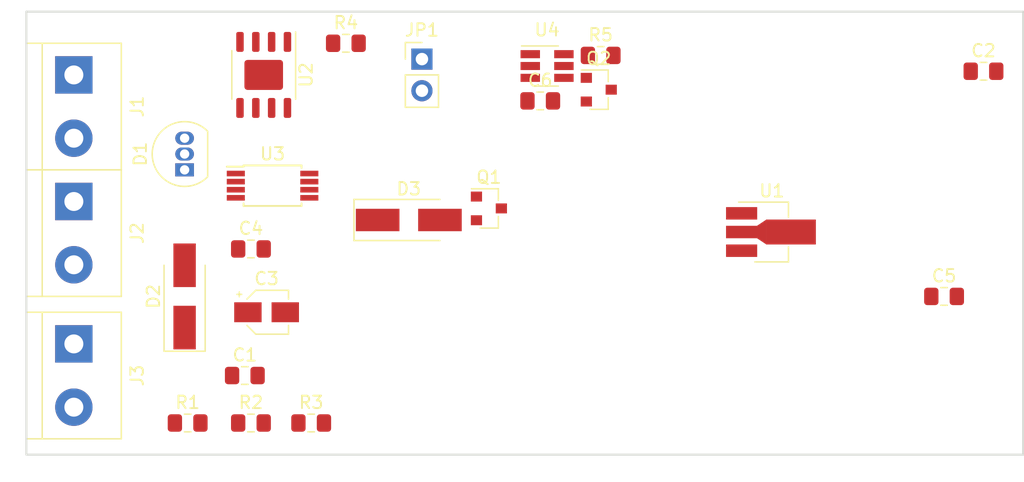
<source format=kicad_pcb>
(kicad_pcb (version 20171130) (host pcbnew "(5.0.1)-3")

  (general
    (thickness 1.6)
    (drawings 4)
    (tracks 0)
    (zones 0)
    (modules 24)
    (nets 15)
  )

  (page A4)
  (layers
    (0 F.Cu signal)
    (31 B.Cu signal)
    (32 B.Adhes user)
    (33 F.Adhes user)
    (34 B.Paste user)
    (35 F.Paste user)
    (36 B.SilkS user)
    (37 F.SilkS user)
    (38 B.Mask user)
    (39 F.Mask user)
    (40 Dwgs.User user)
    (41 Cmts.User user)
    (42 Eco1.User user)
    (43 Eco2.User user)
    (44 Edge.Cuts user)
    (45 Margin user)
    (46 B.CrtYd user)
    (47 F.CrtYd user)
    (48 B.Fab user)
    (49 F.Fab user)
  )

  (setup
    (last_trace_width 0.25)
    (trace_clearance 0.2)
    (zone_clearance 0.508)
    (zone_45_only no)
    (trace_min 0.2)
    (segment_width 0.2)
    (edge_width 0.15)
    (via_size 0.8)
    (via_drill 0.4)
    (via_min_size 0.4)
    (via_min_drill 0.3)
    (uvia_size 0.3)
    (uvia_drill 0.1)
    (uvias_allowed no)
    (uvia_min_size 0.2)
    (uvia_min_drill 0.1)
    (pcb_text_width 0.3)
    (pcb_text_size 1.5 1.5)
    (mod_edge_width 0.15)
    (mod_text_size 1 1)
    (mod_text_width 0.15)
    (pad_size 1.524 1.524)
    (pad_drill 0.762)
    (pad_to_mask_clearance 0.051)
    (solder_mask_min_width 0.25)
    (aux_axis_origin 0 0)
    (visible_elements 7FFFFFFF)
    (pcbplotparams
      (layerselection 0x010fc_ffffffff)
      (usegerberextensions false)
      (usegerberattributes false)
      (usegerberadvancedattributes false)
      (creategerberjobfile false)
      (excludeedgelayer true)
      (linewidth 0.100000)
      (plotframeref false)
      (viasonmask false)
      (mode 1)
      (useauxorigin false)
      (hpglpennumber 1)
      (hpglpenspeed 20)
      (hpglpendiameter 15.000000)
      (psnegative false)
      (psa4output false)
      (plotreference true)
      (plotvalue true)
      (plotinvisibletext false)
      (padsonsilk false)
      (subtractmaskfromsilk false)
      (outputformat 1)
      (mirror false)
      (drillshape 1)
      (scaleselection 1)
      (outputdirectory ""))
  )

  (net 0 "")
  (net 1 "Net-(R3-Pad1)")
  (net 2 /Vpanel)
  (net 3 "Net-(D2-Pad2)")
  (net 4 GND)
  (net 5 /VBAT)
  (net 6 /VBAT_DIV2)
  (net 7 +3V3)
  (net 8 "Net-(JP1-Pad2)")
  (net 9 "Net-(D3-Pad2)")
  (net 10 "Net-(C5-Pad1)")
  (net 11 /VBAT_GND)
  (net 12 "Net-(R4-Pad1)")
  (net 13 "Net-(U3-Pad4)")
  (net 14 "Net-(U3-Pad5)")

  (net_class Default "Ceci est la Netclass par défaut."
    (clearance 0.2)
    (trace_width 0.25)
    (via_dia 0.8)
    (via_drill 0.4)
    (uvia_dia 0.3)
    (uvia_drill 0.1)
    (add_net +3V3)
    (add_net /VBAT)
    (add_net /VBAT_DIV2)
    (add_net /VBAT_GND)
    (add_net /Vpanel)
    (add_net GND)
    (add_net "Net-(C5-Pad1)")
    (add_net "Net-(D2-Pad2)")
    (add_net "Net-(D3-Pad2)")
    (add_net "Net-(JP1-Pad2)")
    (add_net "Net-(R3-Pad1)")
    (add_net "Net-(R4-Pad1)")
    (add_net "Net-(U3-Pad4)")
    (add_net "Net-(U3-Pad5)")
  )

  (module TerminalBlock:TerminalBlock_bornier-2_P5.08mm (layer F.Cu) (tedit 59FF03AB) (tstamp 5BFC58C4)
    (at 29.21 43.18 270)
    (descr "simple 2-pin terminal block, pitch 5.08mm, revamped version of bornier2")
    (tags "terminal block bornier2")
    (path /5BF31C19)
    (fp_text reference J1 (at 2.54 -5.08 270) (layer F.SilkS)
      (effects (font (size 1 1) (thickness 0.15)))
    )
    (fp_text value Screw_Terminal_01x02 (at 2.54 5.08 270) (layer F.Fab)
      (effects (font (size 1 1) (thickness 0.15)))
    )
    (fp_text user %R (at 2.54 0 270) (layer F.Fab)
      (effects (font (size 1 1) (thickness 0.15)))
    )
    (fp_line (start -2.41 2.55) (end 7.49 2.55) (layer F.Fab) (width 0.1))
    (fp_line (start -2.46 -3.75) (end -2.46 3.75) (layer F.Fab) (width 0.1))
    (fp_line (start -2.46 3.75) (end 7.54 3.75) (layer F.Fab) (width 0.1))
    (fp_line (start 7.54 3.75) (end 7.54 -3.75) (layer F.Fab) (width 0.1))
    (fp_line (start 7.54 -3.75) (end -2.46 -3.75) (layer F.Fab) (width 0.1))
    (fp_line (start 7.62 2.54) (end -2.54 2.54) (layer F.SilkS) (width 0.12))
    (fp_line (start 7.62 3.81) (end 7.62 -3.81) (layer F.SilkS) (width 0.12))
    (fp_line (start 7.62 -3.81) (end -2.54 -3.81) (layer F.SilkS) (width 0.12))
    (fp_line (start -2.54 -3.81) (end -2.54 3.81) (layer F.SilkS) (width 0.12))
    (fp_line (start -2.54 3.81) (end 7.62 3.81) (layer F.SilkS) (width 0.12))
    (fp_line (start -2.71 -4) (end 7.79 -4) (layer F.CrtYd) (width 0.05))
    (fp_line (start -2.71 -4) (end -2.71 4) (layer F.CrtYd) (width 0.05))
    (fp_line (start 7.79 4) (end 7.79 -4) (layer F.CrtYd) (width 0.05))
    (fp_line (start 7.79 4) (end -2.71 4) (layer F.CrtYd) (width 0.05))
    (pad 1 thru_hole rect (at 0 0 270) (size 3 3) (drill 1.52) (layers *.Cu *.Mask)
      (net 4 GND))
    (pad 2 thru_hole circle (at 5.08 0 270) (size 3 3) (drill 1.52) (layers *.Cu *.Mask)
      (net 3 "Net-(D2-Pad2)"))
    (model ${KISYS3DMOD}/TerminalBlock.3dshapes/TerminalBlock_bornier-2_P5.08mm.wrl
      (offset (xyz 2.539999961853027 0 0))
      (scale (xyz 1 1 1))
      (rotate (xyz 0 0 0))
    )
    (model C:/Users/utilisateur/Documents/IrouetteV2/hardware/3d/terminal_blocks_a-tb500-ti02.stp
      (offset (xyz 2.5 5.5 0))
      (scale (xyz 1 1 1))
      (rotate (xyz -90 0 0))
    )
  )

  (module Package_SO:HSOP-8-1EP_3.9x4.9mm_P1.27mm_EP2.41x3.1mm (layer F.Cu) (tedit 5B79F799) (tstamp 5BFC59C8)
    (at 44.45 43.18 270)
    (descr "HSOP, 8 Pin (https://www.st.com/resource/en/datasheet/l5973d.pdf), generated with kicad-footprint-generator ipc_gullwing_generator.py")
    (tags "HSOP SO")
    (path /5BF31D34)
    (attr smd)
    (fp_text reference U2 (at 0 -3.4 270) (layer F.SilkS)
      (effects (font (size 1 1) (thickness 0.15)))
    )
    (fp_text value TP4056 (at 0 3.4 270) (layer F.Fab)
      (effects (font (size 1 1) (thickness 0.15)))
    )
    (fp_line (start -3.45 -2.56) (end 1.95 -2.56) (layer F.SilkS) (width 0.12))
    (fp_line (start -1.95 2.56) (end 1.95 2.56) (layer F.SilkS) (width 0.12))
    (fp_line (start -0.975 -2.45) (end 1.95 -2.45) (layer F.Fab) (width 0.1))
    (fp_line (start 1.95 -2.45) (end 1.95 2.45) (layer F.Fab) (width 0.1))
    (fp_line (start 1.95 2.45) (end -1.95 2.45) (layer F.Fab) (width 0.1))
    (fp_line (start -1.95 2.45) (end -1.95 -1.475) (layer F.Fab) (width 0.1))
    (fp_line (start -1.95 -1.475) (end -0.975 -2.45) (layer F.Fab) (width 0.1))
    (fp_line (start -3.7 -2.7) (end -3.7 2.7) (layer F.CrtYd) (width 0.05))
    (fp_line (start -3.7 2.7) (end 3.7 2.7) (layer F.CrtYd) (width 0.05))
    (fp_line (start 3.7 2.7) (end 3.7 -2.7) (layer F.CrtYd) (width 0.05))
    (fp_line (start 3.7 -2.7) (end -3.7 -2.7) (layer F.CrtYd) (width 0.05))
    (fp_text user %R (at 0 0 270) (layer F.Fab)
      (effects (font (size 0.98 0.98) (thickness 0.15)))
    )
    (pad 9 smd roundrect (at 0 0 270) (size 2.41 3.1) (layers F.Cu F.Mask) (roundrect_rratio 0.103734))
    (pad "" smd roundrect (at -0.6 -0.775 270) (size 0.97 1.25) (layers F.Paste) (roundrect_rratio 0.25))
    (pad "" smd roundrect (at -0.6 0.775 270) (size 0.97 1.25) (layers F.Paste) (roundrect_rratio 0.25))
    (pad "" smd roundrect (at 0.6 -0.775 270) (size 0.97 1.25) (layers F.Paste) (roundrect_rratio 0.25))
    (pad "" smd roundrect (at 0.6 0.775 270) (size 0.97 1.25) (layers F.Paste) (roundrect_rratio 0.25))
    (pad 1 smd roundrect (at -2.65 -1.905 270) (size 1.6 0.6) (layers F.Cu F.Paste F.Mask) (roundrect_rratio 0.25)
      (net 4 GND))
    (pad 2 smd roundrect (at -2.65 -0.635 270) (size 1.6 0.6) (layers F.Cu F.Paste F.Mask) (roundrect_rratio 0.25)
      (net 1 "Net-(R3-Pad1)"))
    (pad 3 smd roundrect (at -2.65 0.635 270) (size 1.6 0.6) (layers F.Cu F.Paste F.Mask) (roundrect_rratio 0.25)
      (net 4 GND))
    (pad 4 smd roundrect (at -2.65 1.905 270) (size 1.6 0.6) (layers F.Cu F.Paste F.Mask) (roundrect_rratio 0.25)
      (net 2 /Vpanel))
    (pad 5 smd roundrect (at 2.65 1.905 270) (size 1.6 0.6) (layers F.Cu F.Paste F.Mask) (roundrect_rratio 0.25)
      (net 5 /VBAT))
    (pad 6 smd roundrect (at 2.65 0.635 270) (size 1.6 0.6) (layers F.Cu F.Paste F.Mask) (roundrect_rratio 0.25))
    (pad 7 smd roundrect (at 2.65 -0.635 270) (size 1.6 0.6) (layers F.Cu F.Paste F.Mask) (roundrect_rratio 0.25))
    (pad 8 smd roundrect (at 2.65 -1.905 270) (size 1.6 0.6) (layers F.Cu F.Paste F.Mask) (roundrect_rratio 0.25)
      (net 2 /Vpanel))
    (model ${KISYS3DMOD}/Package_SO.3dshapes/HSOP-8-1EP_3.9x4.9mm_P1.27mm_EP2.41x3.1mm.wrl
      (at (xyz 0 0 0))
      (scale (xyz 1 1 1))
      (rotate (xyz 0 0 0))
    )
    (model ${KISYS3DMOD}/Package_SO.3dshapes/SOIC-8_3.9x4.9mm_P1.27mm.step
      (at (xyz 0 0 0))
      (scale (xyz 1 1 1))
      (rotate (xyz 0 0 0))
    )
  )

  (module Resistor_SMD:R_0805_2012Metric_Pad1.15x1.40mm_HandSolder (layer F.Cu) (tedit 5B36C52B) (tstamp 5BFC598C)
    (at 38.345 71.12)
    (descr "Resistor SMD 0805 (2012 Metric), square (rectangular) end terminal, IPC_7351 nominal with elongated pad for handsoldering. (Body size source: https://docs.google.com/spreadsheets/d/1BsfQQcO9C6DZCsRaXUlFlo91Tg2WpOkGARC1WS5S8t0/edit?usp=sharing), generated with kicad-footprint-generator")
    (tags "resistor handsolder")
    (path /5BFC621A)
    (attr smd)
    (fp_text reference R1 (at 0 -1.65) (layer F.SilkS)
      (effects (font (size 1 1) (thickness 0.15)))
    )
    (fp_text value 1M (at 0 1.65) (layer F.Fab)
      (effects (font (size 1 1) (thickness 0.15)))
    )
    (fp_line (start -1 0.6) (end -1 -0.6) (layer F.Fab) (width 0.1))
    (fp_line (start -1 -0.6) (end 1 -0.6) (layer F.Fab) (width 0.1))
    (fp_line (start 1 -0.6) (end 1 0.6) (layer F.Fab) (width 0.1))
    (fp_line (start 1 0.6) (end -1 0.6) (layer F.Fab) (width 0.1))
    (fp_line (start -0.261252 -0.71) (end 0.261252 -0.71) (layer F.SilkS) (width 0.12))
    (fp_line (start -0.261252 0.71) (end 0.261252 0.71) (layer F.SilkS) (width 0.12))
    (fp_line (start -1.85 0.95) (end -1.85 -0.95) (layer F.CrtYd) (width 0.05))
    (fp_line (start -1.85 -0.95) (end 1.85 -0.95) (layer F.CrtYd) (width 0.05))
    (fp_line (start 1.85 -0.95) (end 1.85 0.95) (layer F.CrtYd) (width 0.05))
    (fp_line (start 1.85 0.95) (end -1.85 0.95) (layer F.CrtYd) (width 0.05))
    (fp_text user %R (at 0 0) (layer F.Fab)
      (effects (font (size 0.5 0.5) (thickness 0.08)))
    )
    (pad 1 smd roundrect (at -1.025 0) (size 1.15 1.4) (layers F.Cu F.Paste F.Mask) (roundrect_rratio 0.217391)
      (net 5 /VBAT))
    (pad 2 smd roundrect (at 1.025 0) (size 1.15 1.4) (layers F.Cu F.Paste F.Mask) (roundrect_rratio 0.217391)
      (net 6 /VBAT_DIV2))
    (model ${KISYS3DMOD}/Resistor_SMD.3dshapes/R_0805_2012Metric.wrl
      (at (xyz 0 0 0))
      (scale (xyz 1 1 1))
      (rotate (xyz 0 0 0))
    )
  )

  (module Resistor_SMD:R_0805_2012Metric_Pad1.15x1.40mm_HandSolder (layer F.Cu) (tedit 5B36C52B) (tstamp 5BFC595C)
    (at 43.425 71.12)
    (descr "Resistor SMD 0805 (2012 Metric), square (rectangular) end terminal, IPC_7351 nominal with elongated pad for handsoldering. (Body size source: https://docs.google.com/spreadsheets/d/1BsfQQcO9C6DZCsRaXUlFlo91Tg2WpOkGARC1WS5S8t0/edit?usp=sharing), generated with kicad-footprint-generator")
    (tags "resistor handsolder")
    (path /5BFC628E)
    (attr smd)
    (fp_text reference R2 (at 0 -1.65) (layer F.SilkS)
      (effects (font (size 1 1) (thickness 0.15)))
    )
    (fp_text value 1M (at 0 1.65) (layer F.Fab)
      (effects (font (size 1 1) (thickness 0.15)))
    )
    (fp_text user %R (at 0 0) (layer F.Fab)
      (effects (font (size 0.5 0.5) (thickness 0.08)))
    )
    (fp_line (start 1.85 0.95) (end -1.85 0.95) (layer F.CrtYd) (width 0.05))
    (fp_line (start 1.85 -0.95) (end 1.85 0.95) (layer F.CrtYd) (width 0.05))
    (fp_line (start -1.85 -0.95) (end 1.85 -0.95) (layer F.CrtYd) (width 0.05))
    (fp_line (start -1.85 0.95) (end -1.85 -0.95) (layer F.CrtYd) (width 0.05))
    (fp_line (start -0.261252 0.71) (end 0.261252 0.71) (layer F.SilkS) (width 0.12))
    (fp_line (start -0.261252 -0.71) (end 0.261252 -0.71) (layer F.SilkS) (width 0.12))
    (fp_line (start 1 0.6) (end -1 0.6) (layer F.Fab) (width 0.1))
    (fp_line (start 1 -0.6) (end 1 0.6) (layer F.Fab) (width 0.1))
    (fp_line (start -1 -0.6) (end 1 -0.6) (layer F.Fab) (width 0.1))
    (fp_line (start -1 0.6) (end -1 -0.6) (layer F.Fab) (width 0.1))
    (pad 2 smd roundrect (at 1.025 0) (size 1.15 1.4) (layers F.Cu F.Paste F.Mask) (roundrect_rratio 0.217391)
      (net 4 GND))
    (pad 1 smd roundrect (at -1.025 0) (size 1.15 1.4) (layers F.Cu F.Paste F.Mask) (roundrect_rratio 0.217391)
      (net 6 /VBAT_DIV2))
    (model ${KISYS3DMOD}/Resistor_SMD.3dshapes/R_0805_2012Metric.wrl
      (at (xyz 0 0 0))
      (scale (xyz 1 1 1))
      (rotate (xyz 0 0 0))
    )
  )

  (module Resistor_SMD:R_0805_2012Metric_Pad1.15x1.40mm_HandSolder (layer F.Cu) (tedit 5B36C52B) (tstamp 5BFC592C)
    (at 48.26 71.12)
    (descr "Resistor SMD 0805 (2012 Metric), square (rectangular) end terminal, IPC_7351 nominal with elongated pad for handsoldering. (Body size source: https://docs.google.com/spreadsheets/d/1BsfQQcO9C6DZCsRaXUlFlo91Tg2WpOkGARC1WS5S8t0/edit?usp=sharing), generated with kicad-footprint-generator")
    (tags "resistor handsolder")
    (path /5BFC5EE6)
    (attr smd)
    (fp_text reference R3 (at 0 -1.65) (layer F.SilkS)
      (effects (font (size 1 1) (thickness 0.15)))
    )
    (fp_text value 1.2k (at 0 1.65) (layer F.Fab)
      (effects (font (size 1 1) (thickness 0.15)))
    )
    (fp_line (start -1 0.6) (end -1 -0.6) (layer F.Fab) (width 0.1))
    (fp_line (start -1 -0.6) (end 1 -0.6) (layer F.Fab) (width 0.1))
    (fp_line (start 1 -0.6) (end 1 0.6) (layer F.Fab) (width 0.1))
    (fp_line (start 1 0.6) (end -1 0.6) (layer F.Fab) (width 0.1))
    (fp_line (start -0.261252 -0.71) (end 0.261252 -0.71) (layer F.SilkS) (width 0.12))
    (fp_line (start -0.261252 0.71) (end 0.261252 0.71) (layer F.SilkS) (width 0.12))
    (fp_line (start -1.85 0.95) (end -1.85 -0.95) (layer F.CrtYd) (width 0.05))
    (fp_line (start -1.85 -0.95) (end 1.85 -0.95) (layer F.CrtYd) (width 0.05))
    (fp_line (start 1.85 -0.95) (end 1.85 0.95) (layer F.CrtYd) (width 0.05))
    (fp_line (start 1.85 0.95) (end -1.85 0.95) (layer F.CrtYd) (width 0.05))
    (fp_text user %R (at 0 0) (layer F.Fab)
      (effects (font (size 0.5 0.5) (thickness 0.08)))
    )
    (pad 1 smd roundrect (at -1.025 0) (size 1.15 1.4) (layers F.Cu F.Paste F.Mask) (roundrect_rratio 0.217391)
      (net 1 "Net-(R3-Pad1)"))
    (pad 2 smd roundrect (at 1.025 0) (size 1.15 1.4) (layers F.Cu F.Paste F.Mask) (roundrect_rratio 0.217391)
      (net 4 GND))
    (model ${KISYS3DMOD}/Resistor_SMD.3dshapes/R_0805_2012Metric.wrl
      (at (xyz 0 0 0))
      (scale (xyz 1 1 1))
      (rotate (xyz 0 0 0))
    )
  )

  (module Resistor_SMD:R_0805_2012Metric_Pad1.15x1.40mm_HandSolder (layer F.Cu) (tedit 5B36C52B) (tstamp 5C1523C1)
    (at 51.045 40.64)
    (descr "Resistor SMD 0805 (2012 Metric), square (rectangular) end terminal, IPC_7351 nominal with elongated pad for handsoldering. (Body size source: https://docs.google.com/spreadsheets/d/1BsfQQcO9C6DZCsRaXUlFlo91Tg2WpOkGARC1WS5S8t0/edit?usp=sharing), generated with kicad-footprint-generator")
    (tags "resistor handsolder")
    (path /5C099C2F)
    (attr smd)
    (fp_text reference R4 (at 0 -1.65) (layer F.SilkS)
      (effects (font (size 1 1) (thickness 0.15)))
    )
    (fp_text value 1k (at 0 1.65) (layer F.Fab)
      (effects (font (size 1 1) (thickness 0.15)))
    )
    (fp_text user %R (at 0 0) (layer F.Fab)
      (effects (font (size 0.5 0.5) (thickness 0.08)))
    )
    (fp_line (start 1.85 0.95) (end -1.85 0.95) (layer F.CrtYd) (width 0.05))
    (fp_line (start 1.85 -0.95) (end 1.85 0.95) (layer F.CrtYd) (width 0.05))
    (fp_line (start -1.85 -0.95) (end 1.85 -0.95) (layer F.CrtYd) (width 0.05))
    (fp_line (start -1.85 0.95) (end -1.85 -0.95) (layer F.CrtYd) (width 0.05))
    (fp_line (start -0.261252 0.71) (end 0.261252 0.71) (layer F.SilkS) (width 0.12))
    (fp_line (start -0.261252 -0.71) (end 0.261252 -0.71) (layer F.SilkS) (width 0.12))
    (fp_line (start 1 0.6) (end -1 0.6) (layer F.Fab) (width 0.1))
    (fp_line (start 1 -0.6) (end 1 0.6) (layer F.Fab) (width 0.1))
    (fp_line (start -1 -0.6) (end 1 -0.6) (layer F.Fab) (width 0.1))
    (fp_line (start -1 0.6) (end -1 -0.6) (layer F.Fab) (width 0.1))
    (pad 2 smd roundrect (at 1.025 0) (size 1.15 1.4) (layers F.Cu F.Paste F.Mask) (roundrect_rratio 0.217391)
      (net 4 GND))
    (pad 1 smd roundrect (at -1.025 0) (size 1.15 1.4) (layers F.Cu F.Paste F.Mask) (roundrect_rratio 0.217391)
      (net 12 "Net-(R4-Pad1)"))
    (model ${KISYS3DMOD}/Resistor_SMD.3dshapes/R_0805_2012Metric.wrl
      (at (xyz 0 0 0))
      (scale (xyz 1 1 1))
      (rotate (xyz 0 0 0))
    )
  )

  (module TerminalBlock:TerminalBlock_bornier-2_P5.08mm (layer F.Cu) (tedit 59FF03AB) (tstamp 5BFC5888)
    (at 29.21 53.34 270)
    (descr "simple 2-pin terminal block, pitch 5.08mm, revamped version of bornier2")
    (tags "terminal block bornier2")
    (path /5BFC519A)
    (fp_text reference J2 (at 2.54 -5.08 270) (layer F.SilkS)
      (effects (font (size 1 1) (thickness 0.15)))
    )
    (fp_text value Screw_Terminal_01x02 (at 2.54 5.08 270) (layer F.Fab)
      (effects (font (size 1 1) (thickness 0.15)))
    )
    (fp_text user %R (at 2.54 0 270) (layer F.Fab)
      (effects (font (size 1 1) (thickness 0.15)))
    )
    (fp_line (start -2.41 2.55) (end 7.49 2.55) (layer F.Fab) (width 0.1))
    (fp_line (start -2.46 -3.75) (end -2.46 3.75) (layer F.Fab) (width 0.1))
    (fp_line (start -2.46 3.75) (end 7.54 3.75) (layer F.Fab) (width 0.1))
    (fp_line (start 7.54 3.75) (end 7.54 -3.75) (layer F.Fab) (width 0.1))
    (fp_line (start 7.54 -3.75) (end -2.46 -3.75) (layer F.Fab) (width 0.1))
    (fp_line (start 7.62 2.54) (end -2.54 2.54) (layer F.SilkS) (width 0.12))
    (fp_line (start 7.62 3.81) (end 7.62 -3.81) (layer F.SilkS) (width 0.12))
    (fp_line (start 7.62 -3.81) (end -2.54 -3.81) (layer F.SilkS) (width 0.12))
    (fp_line (start -2.54 -3.81) (end -2.54 3.81) (layer F.SilkS) (width 0.12))
    (fp_line (start -2.54 3.81) (end 7.62 3.81) (layer F.SilkS) (width 0.12))
    (fp_line (start -2.71 -4) (end 7.79 -4) (layer F.CrtYd) (width 0.05))
    (fp_line (start -2.71 -4) (end -2.71 4) (layer F.CrtYd) (width 0.05))
    (fp_line (start 7.79 4) (end 7.79 -4) (layer F.CrtYd) (width 0.05))
    (fp_line (start 7.79 4) (end -2.71 4) (layer F.CrtYd) (width 0.05))
    (pad 1 thru_hole rect (at 0 0 270) (size 3 3) (drill 1.52) (layers *.Cu *.Mask)
      (net 4 GND))
    (pad 2 thru_hole circle (at 5.08 0 270) (size 3 3) (drill 1.52) (layers *.Cu *.Mask)
      (net 9 "Net-(D3-Pad2)"))
    (model ${KISYS3DMOD}/TerminalBlock.3dshapes/TerminalBlock_bornier-2_P5.08mm.wrl
      (offset (xyz 2.539999961853027 0 0))
      (scale (xyz 1 1 1))
      (rotate (xyz 0 0 0))
    )
  )

  (module TerminalBlock:TerminalBlock_bornier-2_P5.08mm (layer F.Cu) (tedit 59FF03AB) (tstamp 5BFC5798)
    (at 29.21 64.77 270)
    (descr "simple 2-pin terminal block, pitch 5.08mm, revamped version of bornier2")
    (tags "terminal block bornier2")
    (path /5BFC56EB)
    (fp_text reference J3 (at 2.54 -5.08 270) (layer F.SilkS)
      (effects (font (size 1 1) (thickness 0.15)))
    )
    (fp_text value Screw_Terminal_01x02 (at 2.54 5.08 270) (layer F.Fab)
      (effects (font (size 1 1) (thickness 0.15)))
    )
    (fp_line (start 7.79 4) (end -2.71 4) (layer F.CrtYd) (width 0.05))
    (fp_line (start 7.79 4) (end 7.79 -4) (layer F.CrtYd) (width 0.05))
    (fp_line (start -2.71 -4) (end -2.71 4) (layer F.CrtYd) (width 0.05))
    (fp_line (start -2.71 -4) (end 7.79 -4) (layer F.CrtYd) (width 0.05))
    (fp_line (start -2.54 3.81) (end 7.62 3.81) (layer F.SilkS) (width 0.12))
    (fp_line (start -2.54 -3.81) (end -2.54 3.81) (layer F.SilkS) (width 0.12))
    (fp_line (start 7.62 -3.81) (end -2.54 -3.81) (layer F.SilkS) (width 0.12))
    (fp_line (start 7.62 3.81) (end 7.62 -3.81) (layer F.SilkS) (width 0.12))
    (fp_line (start 7.62 2.54) (end -2.54 2.54) (layer F.SilkS) (width 0.12))
    (fp_line (start 7.54 -3.75) (end -2.46 -3.75) (layer F.Fab) (width 0.1))
    (fp_line (start 7.54 3.75) (end 7.54 -3.75) (layer F.Fab) (width 0.1))
    (fp_line (start -2.46 3.75) (end 7.54 3.75) (layer F.Fab) (width 0.1))
    (fp_line (start -2.46 -3.75) (end -2.46 3.75) (layer F.Fab) (width 0.1))
    (fp_line (start -2.41 2.55) (end 7.49 2.55) (layer F.Fab) (width 0.1))
    (fp_text user %R (at 2.54 0 270) (layer F.Fab)
      (effects (font (size 1 1) (thickness 0.15)))
    )
    (pad 2 thru_hole circle (at 5.08 0 270) (size 3 3) (drill 1.52) (layers *.Cu *.Mask)
      (net 11 /VBAT_GND))
    (pad 1 thru_hole rect (at 0 0 270) (size 3 3) (drill 1.52) (layers *.Cu *.Mask)
      (net 5 /VBAT))
    (model ${KISYS3DMOD}/TerminalBlock.3dshapes/TerminalBlock_bornier-2_P5.08mm.wrl
      (offset (xyz 2.539999961853027 0 0))
      (scale (xyz 1 1 1))
      (rotate (xyz 0 0 0))
    )
  )

  (module Capacitor_SMD:C_0805_2012Metric_Pad1.15x1.40mm_HandSolder (layer F.Cu) (tedit 5B36C52B) (tstamp 5C08E23C)
    (at 42.935 67.31)
    (descr "Capacitor SMD 0805 (2012 Metric), square (rectangular) end terminal, IPC_7351 nominal with elongated pad for handsoldering. (Body size source: https://docs.google.com/spreadsheets/d/1BsfQQcO9C6DZCsRaXUlFlo91Tg2WpOkGARC1WS5S8t0/edit?usp=sharing), generated with kicad-footprint-generator")
    (tags "capacitor handsolder")
    (path /5BFC62E2)
    (attr smd)
    (fp_text reference C1 (at 0 -1.65) (layer F.SilkS)
      (effects (font (size 1 1) (thickness 0.15)))
    )
    (fp_text value 100n (at 0 1.65) (layer F.Fab)
      (effects (font (size 1 1) (thickness 0.15)))
    )
    (fp_line (start -1 0.6) (end -1 -0.6) (layer F.Fab) (width 0.1))
    (fp_line (start -1 -0.6) (end 1 -0.6) (layer F.Fab) (width 0.1))
    (fp_line (start 1 -0.6) (end 1 0.6) (layer F.Fab) (width 0.1))
    (fp_line (start 1 0.6) (end -1 0.6) (layer F.Fab) (width 0.1))
    (fp_line (start -0.261252 -0.71) (end 0.261252 -0.71) (layer F.SilkS) (width 0.12))
    (fp_line (start -0.261252 0.71) (end 0.261252 0.71) (layer F.SilkS) (width 0.12))
    (fp_line (start -1.85 0.95) (end -1.85 -0.95) (layer F.CrtYd) (width 0.05))
    (fp_line (start -1.85 -0.95) (end 1.85 -0.95) (layer F.CrtYd) (width 0.05))
    (fp_line (start 1.85 -0.95) (end 1.85 0.95) (layer F.CrtYd) (width 0.05))
    (fp_line (start 1.85 0.95) (end -1.85 0.95) (layer F.CrtYd) (width 0.05))
    (fp_text user %R (at 0 0) (layer F.Fab)
      (effects (font (size 0.5 0.5) (thickness 0.08)))
    )
    (pad 1 smd roundrect (at -1.025 0) (size 1.15 1.4) (layers F.Cu F.Paste F.Mask) (roundrect_rratio 0.217391)
      (net 6 /VBAT_DIV2))
    (pad 2 smd roundrect (at 1.025 0) (size 1.15 1.4) (layers F.Cu F.Paste F.Mask) (roundrect_rratio 0.217391)
      (net 4 GND))
    (model ${KISYS3DMOD}/Capacitor_SMD.3dshapes/C_0805_2012Metric.wrl
      (at (xyz 0 0 0))
      (scale (xyz 1 1 1))
      (rotate (xyz 0 0 0))
    )
  )

  (module Capacitor_SMD:C_0805_2012Metric_Pad1.15x1.40mm_HandSolder (layer F.Cu) (tedit 5B36C52B) (tstamp 5C08E24D)
    (at 102.225001 42.885001)
    (descr "Capacitor SMD 0805 (2012 Metric), square (rectangular) end terminal, IPC_7351 nominal with elongated pad for handsoldering. (Body size source: https://docs.google.com/spreadsheets/d/1BsfQQcO9C6DZCsRaXUlFlo91Tg2WpOkGARC1WS5S8t0/edit?usp=sharing), generated with kicad-footprint-generator")
    (tags "capacitor handsolder")
    (path /5BFCAEF6)
    (attr smd)
    (fp_text reference C2 (at 0 -1.65) (layer F.SilkS)
      (effects (font (size 1 1) (thickness 0.15)))
    )
    (fp_text value 100n (at 0 1.65) (layer F.Fab)
      (effects (font (size 1 1) (thickness 0.15)))
    )
    (fp_line (start -1 0.6) (end -1 -0.6) (layer F.Fab) (width 0.1))
    (fp_line (start -1 -0.6) (end 1 -0.6) (layer F.Fab) (width 0.1))
    (fp_line (start 1 -0.6) (end 1 0.6) (layer F.Fab) (width 0.1))
    (fp_line (start 1 0.6) (end -1 0.6) (layer F.Fab) (width 0.1))
    (fp_line (start -0.261252 -0.71) (end 0.261252 -0.71) (layer F.SilkS) (width 0.12))
    (fp_line (start -0.261252 0.71) (end 0.261252 0.71) (layer F.SilkS) (width 0.12))
    (fp_line (start -1.85 0.95) (end -1.85 -0.95) (layer F.CrtYd) (width 0.05))
    (fp_line (start -1.85 -0.95) (end 1.85 -0.95) (layer F.CrtYd) (width 0.05))
    (fp_line (start 1.85 -0.95) (end 1.85 0.95) (layer F.CrtYd) (width 0.05))
    (fp_line (start 1.85 0.95) (end -1.85 0.95) (layer F.CrtYd) (width 0.05))
    (fp_text user %R (at 0 0) (layer F.Fab)
      (effects (font (size 0.5 0.5) (thickness 0.08)))
    )
    (pad 1 smd roundrect (at -1.025 0) (size 1.15 1.4) (layers F.Cu F.Paste F.Mask) (roundrect_rratio 0.217391))
    (pad 2 smd roundrect (at 1.025 0) (size 1.15 1.4) (layers F.Cu F.Paste F.Mask) (roundrect_rratio 0.217391)
      (net 4 GND))
    (model ${KISYS3DMOD}/Capacitor_SMD.3dshapes/C_0805_2012Metric.wrl
      (at (xyz 0 0 0))
      (scale (xyz 1 1 1))
      (rotate (xyz 0 0 0))
    )
  )

  (module Capacitor_SMD:CP_Elec_3x5.4 (layer F.Cu) (tedit 5A841F9D) (tstamp 5C08E271)
    (at 44.68 62.23)
    (descr "SMT capacitor, aluminium electrolytic, 3x5.4, Nichicon ")
    (tags "Capacitor Electrolytic")
    (path /5BFCAA98)
    (attr smd)
    (fp_text reference C3 (at 0 -2.7) (layer F.SilkS)
      (effects (font (size 1 1) (thickness 0.15)))
    )
    (fp_text value 10u (at 0 2.7) (layer F.Fab)
      (effects (font (size 1 1) (thickness 0.15)))
    )
    (fp_circle (center 0 0) (end 1.5 0) (layer F.Fab) (width 0.1))
    (fp_line (start 1.65 -1.65) (end 1.65 1.65) (layer F.Fab) (width 0.1))
    (fp_line (start -0.825 -1.65) (end 1.65 -1.65) (layer F.Fab) (width 0.1))
    (fp_line (start -0.825 1.65) (end 1.65 1.65) (layer F.Fab) (width 0.1))
    (fp_line (start -1.65 -0.825) (end -1.65 0.825) (layer F.Fab) (width 0.1))
    (fp_line (start -1.65 -0.825) (end -0.825 -1.65) (layer F.Fab) (width 0.1))
    (fp_line (start -1.65 0.825) (end -0.825 1.65) (layer F.Fab) (width 0.1))
    (fp_line (start -1.110469 -0.8) (end -0.810469 -0.8) (layer F.Fab) (width 0.1))
    (fp_line (start -0.960469 -0.95) (end -0.960469 -0.65) (layer F.Fab) (width 0.1))
    (fp_line (start 1.76 1.76) (end 1.76 1.06) (layer F.SilkS) (width 0.12))
    (fp_line (start 1.76 -1.76) (end 1.76 -1.06) (layer F.SilkS) (width 0.12))
    (fp_line (start -0.870563 -1.76) (end 1.76 -1.76) (layer F.SilkS) (width 0.12))
    (fp_line (start -0.870563 1.76) (end 1.76 1.76) (layer F.SilkS) (width 0.12))
    (fp_line (start -1.570563 -1.06) (end -0.870563 -1.76) (layer F.SilkS) (width 0.12))
    (fp_line (start -1.570563 1.06) (end -0.870563 1.76) (layer F.SilkS) (width 0.12))
    (fp_line (start -2.375 -1.435) (end -2 -1.435) (layer F.SilkS) (width 0.12))
    (fp_line (start -2.1875 -1.6225) (end -2.1875 -1.2475) (layer F.SilkS) (width 0.12))
    (fp_line (start 1.9 -1.9) (end 1.9 -1.05) (layer F.CrtYd) (width 0.05))
    (fp_line (start 1.9 -1.05) (end 2.85 -1.05) (layer F.CrtYd) (width 0.05))
    (fp_line (start 2.85 -1.05) (end 2.85 1.05) (layer F.CrtYd) (width 0.05))
    (fp_line (start 2.85 1.05) (end 1.9 1.05) (layer F.CrtYd) (width 0.05))
    (fp_line (start 1.9 1.05) (end 1.9 1.9) (layer F.CrtYd) (width 0.05))
    (fp_line (start -0.93 1.9) (end 1.9 1.9) (layer F.CrtYd) (width 0.05))
    (fp_line (start -0.93 -1.9) (end 1.9 -1.9) (layer F.CrtYd) (width 0.05))
    (fp_line (start -1.78 1.05) (end -0.93 1.9) (layer F.CrtYd) (width 0.05))
    (fp_line (start -1.78 -1.05) (end -0.93 -1.9) (layer F.CrtYd) (width 0.05))
    (fp_line (start -1.78 -1.05) (end -2.85 -1.05) (layer F.CrtYd) (width 0.05))
    (fp_line (start -2.85 -1.05) (end -2.85 1.05) (layer F.CrtYd) (width 0.05))
    (fp_line (start -2.85 1.05) (end -1.78 1.05) (layer F.CrtYd) (width 0.05))
    (fp_text user %R (at 0 0) (layer F.Fab)
      (effects (font (size 0.6 0.6) (thickness 0.09)))
    )
    (pad 1 smd rect (at -1.5 0) (size 2.2 1.6) (layers F.Cu F.Paste F.Mask)
      (net 7 +3V3))
    (pad 2 smd rect (at 1.5 0) (size 2.2 1.6) (layers F.Cu F.Paste F.Mask)
      (net 4 GND))
    (model ${KISYS3DMOD}/Capacitor_SMD.3dshapes/CP_Elec_3x5.4.wrl
      (at (xyz 0 0 0))
      (scale (xyz 1 1 1))
      (rotate (xyz 0 0 0))
    )
  )

  (module Capacitor_SMD:C_0805_2012Metric_Pad1.15x1.40mm_HandSolder (layer F.Cu) (tedit 5B36C52B) (tstamp 5C08E282)
    (at 43.425 57.15)
    (descr "Capacitor SMD 0805 (2012 Metric), square (rectangular) end terminal, IPC_7351 nominal with elongated pad for handsoldering. (Body size source: https://docs.google.com/spreadsheets/d/1BsfQQcO9C6DZCsRaXUlFlo91Tg2WpOkGARC1WS5S8t0/edit?usp=sharing), generated with kicad-footprint-generator")
    (tags "capacitor handsolder")
    (path /5BFCAE56)
    (attr smd)
    (fp_text reference C4 (at 0 -1.65) (layer F.SilkS)
      (effects (font (size 1 1) (thickness 0.15)))
    )
    (fp_text value 100n (at 0 1.65) (layer F.Fab)
      (effects (font (size 1 1) (thickness 0.15)))
    )
    (fp_text user %R (at 0 0) (layer F.Fab)
      (effects (font (size 0.5 0.5) (thickness 0.08)))
    )
    (fp_line (start 1.85 0.95) (end -1.85 0.95) (layer F.CrtYd) (width 0.05))
    (fp_line (start 1.85 -0.95) (end 1.85 0.95) (layer F.CrtYd) (width 0.05))
    (fp_line (start -1.85 -0.95) (end 1.85 -0.95) (layer F.CrtYd) (width 0.05))
    (fp_line (start -1.85 0.95) (end -1.85 -0.95) (layer F.CrtYd) (width 0.05))
    (fp_line (start -0.261252 0.71) (end 0.261252 0.71) (layer F.SilkS) (width 0.12))
    (fp_line (start -0.261252 -0.71) (end 0.261252 -0.71) (layer F.SilkS) (width 0.12))
    (fp_line (start 1 0.6) (end -1 0.6) (layer F.Fab) (width 0.1))
    (fp_line (start 1 -0.6) (end 1 0.6) (layer F.Fab) (width 0.1))
    (fp_line (start -1 -0.6) (end 1 -0.6) (layer F.Fab) (width 0.1))
    (fp_line (start -1 0.6) (end -1 -0.6) (layer F.Fab) (width 0.1))
    (pad 2 smd roundrect (at 1.025 0) (size 1.15 1.4) (layers F.Cu F.Paste F.Mask) (roundrect_rratio 0.217391)
      (net 4 GND))
    (pad 1 smd roundrect (at -1.025 0) (size 1.15 1.4) (layers F.Cu F.Paste F.Mask) (roundrect_rratio 0.217391)
      (net 7 +3V3))
    (model ${KISYS3DMOD}/Capacitor_SMD.3dshapes/C_0805_2012Metric.wrl
      (at (xyz 0 0 0))
      (scale (xyz 1 1 1))
      (rotate (xyz 0 0 0))
    )
  )

  (module Connector_PinHeader_2.54mm:PinHeader_1x02_P2.54mm_Vertical (layer F.Cu) (tedit 59FED5CC) (tstamp 5C08E298)
    (at 57.15 41.91)
    (descr "Through hole straight pin header, 1x02, 2.54mm pitch, single row")
    (tags "Through hole pin header THT 1x02 2.54mm single row")
    (path /5BFCA236)
    (fp_text reference JP1 (at 0 -2.33) (layer F.SilkS)
      (effects (font (size 1 1) (thickness 0.15)))
    )
    (fp_text value Jumper (at 0 4.87) (layer F.Fab)
      (effects (font (size 1 1) (thickness 0.15)))
    )
    (fp_line (start -0.635 -1.27) (end 1.27 -1.27) (layer F.Fab) (width 0.1))
    (fp_line (start 1.27 -1.27) (end 1.27 3.81) (layer F.Fab) (width 0.1))
    (fp_line (start 1.27 3.81) (end -1.27 3.81) (layer F.Fab) (width 0.1))
    (fp_line (start -1.27 3.81) (end -1.27 -0.635) (layer F.Fab) (width 0.1))
    (fp_line (start -1.27 -0.635) (end -0.635 -1.27) (layer F.Fab) (width 0.1))
    (fp_line (start -1.33 3.87) (end 1.33 3.87) (layer F.SilkS) (width 0.12))
    (fp_line (start -1.33 1.27) (end -1.33 3.87) (layer F.SilkS) (width 0.12))
    (fp_line (start 1.33 1.27) (end 1.33 3.87) (layer F.SilkS) (width 0.12))
    (fp_line (start -1.33 1.27) (end 1.33 1.27) (layer F.SilkS) (width 0.12))
    (fp_line (start -1.33 0) (end -1.33 -1.33) (layer F.SilkS) (width 0.12))
    (fp_line (start -1.33 -1.33) (end 0 -1.33) (layer F.SilkS) (width 0.12))
    (fp_line (start -1.8 -1.8) (end -1.8 4.35) (layer F.CrtYd) (width 0.05))
    (fp_line (start -1.8 4.35) (end 1.8 4.35) (layer F.CrtYd) (width 0.05))
    (fp_line (start 1.8 4.35) (end 1.8 -1.8) (layer F.CrtYd) (width 0.05))
    (fp_line (start 1.8 -1.8) (end -1.8 -1.8) (layer F.CrtYd) (width 0.05))
    (fp_text user %R (at 0 1.27 90) (layer F.Fab)
      (effects (font (size 1 1) (thickness 0.15)))
    )
    (pad 1 thru_hole rect (at 0 0) (size 1.7 1.7) (drill 1) (layers *.Cu *.Mask)
      (net 5 /VBAT))
    (pad 2 thru_hole oval (at 0 2.54) (size 1.7 1.7) (drill 1) (layers *.Cu *.Mask)
      (net 8 "Net-(JP1-Pad2)"))
    (model ${KISYS3DMOD}/Connector_PinHeader_2.54mm.3dshapes/PinHeader_1x02_P2.54mm_Vertical.wrl
      (at (xyz 0 0 0))
      (scale (xyz 1 1 1))
      (rotate (xyz 0 0 0))
    )
  )

  (module Diode_SMD:D_SMA_Handsoldering (layer F.Cu) (tedit 58643398) (tstamp 5C152359)
    (at 38.1 60.96 90)
    (descr "Diode SMA (DO-214AC) Handsoldering")
    (tags "Diode SMA (DO-214AC) Handsoldering")
    (path /5BFC508E)
    (attr smd)
    (fp_text reference D2 (at 0 -2.5 90) (layer F.SilkS)
      (effects (font (size 1 1) (thickness 0.15)))
    )
    (fp_text value 1N5818 (at 0 2.6 90) (layer F.Fab)
      (effects (font (size 1 1) (thickness 0.15)))
    )
    (fp_line (start -4.4 -1.65) (end 2.5 -1.65) (layer F.SilkS) (width 0.12))
    (fp_line (start -4.4 1.65) (end 2.5 1.65) (layer F.SilkS) (width 0.12))
    (fp_line (start -0.64944 0.00102) (end 0.50118 -0.79908) (layer F.Fab) (width 0.1))
    (fp_line (start -0.64944 0.00102) (end 0.50118 0.75032) (layer F.Fab) (width 0.1))
    (fp_line (start 0.50118 0.75032) (end 0.50118 -0.79908) (layer F.Fab) (width 0.1))
    (fp_line (start -0.64944 -0.79908) (end -0.64944 0.80112) (layer F.Fab) (width 0.1))
    (fp_line (start 0.50118 0.00102) (end 1.4994 0.00102) (layer F.Fab) (width 0.1))
    (fp_line (start -0.64944 0.00102) (end -1.55114 0.00102) (layer F.Fab) (width 0.1))
    (fp_line (start -4.5 1.75) (end -4.5 -1.75) (layer F.CrtYd) (width 0.05))
    (fp_line (start 4.5 1.75) (end -4.5 1.75) (layer F.CrtYd) (width 0.05))
    (fp_line (start 4.5 -1.75) (end 4.5 1.75) (layer F.CrtYd) (width 0.05))
    (fp_line (start -4.5 -1.75) (end 4.5 -1.75) (layer F.CrtYd) (width 0.05))
    (fp_line (start 2.3 -1.5) (end -2.3 -1.5) (layer F.Fab) (width 0.1))
    (fp_line (start 2.3 -1.5) (end 2.3 1.5) (layer F.Fab) (width 0.1))
    (fp_line (start -2.3 1.5) (end -2.3 -1.5) (layer F.Fab) (width 0.1))
    (fp_line (start 2.3 1.5) (end -2.3 1.5) (layer F.Fab) (width 0.1))
    (fp_line (start -4.4 -1.65) (end -4.4 1.65) (layer F.SilkS) (width 0.12))
    (fp_text user %R (at 0 -2.5 90) (layer F.Fab)
      (effects (font (size 1 1) (thickness 0.15)))
    )
    (pad 2 smd rect (at 2.5 0 90) (size 3.5 1.8) (layers F.Cu F.Paste F.Mask)
      (net 3 "Net-(D2-Pad2)"))
    (pad 1 smd rect (at -2.5 0 90) (size 3.5 1.8) (layers F.Cu F.Paste F.Mask)
      (net 2 /Vpanel))
    (model ${KISYS3DMOD}/Diode_SMD.3dshapes/D_SMA.wrl
      (at (xyz 0 0 0))
      (scale (xyz 1 1 1))
      (rotate (xyz 0 0 0))
    )
  )

  (module Capacitor_SMD:C_0805_2012Metric_Pad1.15x1.40mm_HandSolder (layer F.Cu) (tedit 5B36C52B) (tstamp 5C1529E1)
    (at 99.06 60.96)
    (descr "Capacitor SMD 0805 (2012 Metric), square (rectangular) end terminal, IPC_7351 nominal with elongated pad for handsoldering. (Body size source: https://docs.google.com/spreadsheets/d/1BsfQQcO9C6DZCsRaXUlFlo91Tg2WpOkGARC1WS5S8t0/edit?usp=sharing), generated with kicad-footprint-generator")
    (tags "capacitor handsolder")
    (path /5C09FAEE)
    (attr smd)
    (fp_text reference C5 (at 0 -1.65) (layer F.SilkS)
      (effects (font (size 1 1) (thickness 0.15)))
    )
    (fp_text value 100n (at 0 1.65) (layer F.Fab)
      (effects (font (size 1 1) (thickness 0.15)))
    )
    (fp_line (start -1 0.6) (end -1 -0.6) (layer F.Fab) (width 0.1))
    (fp_line (start -1 -0.6) (end 1 -0.6) (layer F.Fab) (width 0.1))
    (fp_line (start 1 -0.6) (end 1 0.6) (layer F.Fab) (width 0.1))
    (fp_line (start 1 0.6) (end -1 0.6) (layer F.Fab) (width 0.1))
    (fp_line (start -0.261252 -0.71) (end 0.261252 -0.71) (layer F.SilkS) (width 0.12))
    (fp_line (start -0.261252 0.71) (end 0.261252 0.71) (layer F.SilkS) (width 0.12))
    (fp_line (start -1.85 0.95) (end -1.85 -0.95) (layer F.CrtYd) (width 0.05))
    (fp_line (start -1.85 -0.95) (end 1.85 -0.95) (layer F.CrtYd) (width 0.05))
    (fp_line (start 1.85 -0.95) (end 1.85 0.95) (layer F.CrtYd) (width 0.05))
    (fp_line (start 1.85 0.95) (end -1.85 0.95) (layer F.CrtYd) (width 0.05))
    (fp_text user %R (at 0 0) (layer F.Fab)
      (effects (font (size 0.5 0.5) (thickness 0.08)))
    )
    (pad 1 smd roundrect (at -1.025 0) (size 1.15 1.4) (layers F.Cu F.Paste F.Mask) (roundrect_rratio 0.217391)
      (net 10 "Net-(C5-Pad1)"))
    (pad 2 smd roundrect (at 1.025 0) (size 1.15 1.4) (layers F.Cu F.Paste F.Mask) (roundrect_rratio 0.217391)
      (net 11 /VBAT_GND))
    (model ${KISYS3DMOD}/Capacitor_SMD.3dshapes/C_0805_2012Metric.wrl
      (at (xyz 0 0 0))
      (scale (xyz 1 1 1))
      (rotate (xyz 0 0 0))
    )
  )

  (module Capacitor_SMD:C_0805_2012Metric_Pad1.15x1.40mm_HandSolder (layer F.Cu) (tedit 5B36C52B) (tstamp 5C163368)
    (at 66.645001 45.265001)
    (descr "Capacitor SMD 0805 (2012 Metric), square (rectangular) end terminal, IPC_7351 nominal with elongated pad for handsoldering. (Body size source: https://docs.google.com/spreadsheets/d/1BsfQQcO9C6DZCsRaXUlFlo91Tg2WpOkGARC1WS5S8t0/edit?usp=sharing), generated with kicad-footprint-generator")
    (tags "capacitor handsolder")
    (path /5BFCE1AC)
    (attr smd)
    (fp_text reference C6 (at 0 -1.65) (layer F.SilkS)
      (effects (font (size 1 1) (thickness 0.15)))
    )
    (fp_text value 100n (at 0 1.65) (layer F.Fab)
      (effects (font (size 1 1) (thickness 0.15)))
    )
    (fp_line (start -1 0.6) (end -1 -0.6) (layer F.Fab) (width 0.1))
    (fp_line (start -1 -0.6) (end 1 -0.6) (layer F.Fab) (width 0.1))
    (fp_line (start 1 -0.6) (end 1 0.6) (layer F.Fab) (width 0.1))
    (fp_line (start 1 0.6) (end -1 0.6) (layer F.Fab) (width 0.1))
    (fp_line (start -0.261252 -0.71) (end 0.261252 -0.71) (layer F.SilkS) (width 0.12))
    (fp_line (start -0.261252 0.71) (end 0.261252 0.71) (layer F.SilkS) (width 0.12))
    (fp_line (start -1.85 0.95) (end -1.85 -0.95) (layer F.CrtYd) (width 0.05))
    (fp_line (start -1.85 -0.95) (end 1.85 -0.95) (layer F.CrtYd) (width 0.05))
    (fp_line (start 1.85 -0.95) (end 1.85 0.95) (layer F.CrtYd) (width 0.05))
    (fp_line (start 1.85 0.95) (end -1.85 0.95) (layer F.CrtYd) (width 0.05))
    (fp_text user %R (at 0 0) (layer F.Fab)
      (effects (font (size 0.5 0.5) (thickness 0.08)))
    )
    (pad 1 smd roundrect (at -1.025 0) (size 1.15 1.4) (layers F.Cu F.Paste F.Mask) (roundrect_rratio 0.217391)
      (net 7 +3V3))
    (pad 2 smd roundrect (at 1.025 0) (size 1.15 1.4) (layers F.Cu F.Paste F.Mask) (roundrect_rratio 0.217391)
      (net 4 GND))
    (model ${KISYS3DMOD}/Capacitor_SMD.3dshapes/C_0805_2012Metric.wrl
      (at (xyz 0 0 0))
      (scale (xyz 1 1 1))
      (rotate (xyz 0 0 0))
    )
  )

  (module Package_TO_SOT_SMD:SOT-23 (layer F.Cu) (tedit 5A02FF57) (tstamp 5C16337D)
    (at 71.345001 44.365001)
    (descr "SOT-23, Standard")
    (tags SOT-23)
    (path /5BFD05AA)
    (attr smd)
    (fp_text reference Q2 (at 0 -2.5) (layer F.SilkS)
      (effects (font (size 1 1) (thickness 0.15)))
    )
    (fp_text value SI2301 (at 0 2.5) (layer F.Fab)
      (effects (font (size 1 1) (thickness 0.15)))
    )
    (fp_text user %R (at 0 0 90) (layer F.Fab)
      (effects (font (size 0.5 0.5) (thickness 0.075)))
    )
    (fp_line (start -0.7 -0.95) (end -0.7 1.5) (layer F.Fab) (width 0.1))
    (fp_line (start -0.15 -1.52) (end 0.7 -1.52) (layer F.Fab) (width 0.1))
    (fp_line (start -0.7 -0.95) (end -0.15 -1.52) (layer F.Fab) (width 0.1))
    (fp_line (start 0.7 -1.52) (end 0.7 1.52) (layer F.Fab) (width 0.1))
    (fp_line (start -0.7 1.52) (end 0.7 1.52) (layer F.Fab) (width 0.1))
    (fp_line (start 0.76 1.58) (end 0.76 0.65) (layer F.SilkS) (width 0.12))
    (fp_line (start 0.76 -1.58) (end 0.76 -0.65) (layer F.SilkS) (width 0.12))
    (fp_line (start -1.7 -1.75) (end 1.7 -1.75) (layer F.CrtYd) (width 0.05))
    (fp_line (start 1.7 -1.75) (end 1.7 1.75) (layer F.CrtYd) (width 0.05))
    (fp_line (start 1.7 1.75) (end -1.7 1.75) (layer F.CrtYd) (width 0.05))
    (fp_line (start -1.7 1.75) (end -1.7 -1.75) (layer F.CrtYd) (width 0.05))
    (fp_line (start 0.76 -1.58) (end -1.4 -1.58) (layer F.SilkS) (width 0.12))
    (fp_line (start 0.76 1.58) (end -0.7 1.58) (layer F.SilkS) (width 0.12))
    (pad 1 smd rect (at -1 -0.95) (size 0.9 0.8) (layers F.Cu F.Paste F.Mask))
    (pad 2 smd rect (at -1 0.95) (size 0.9 0.8) (layers F.Cu F.Paste F.Mask))
    (pad 3 smd rect (at 1 0) (size 0.9 0.8) (layers F.Cu F.Paste F.Mask))
    (model ${KISYS3DMOD}/Package_TO_SOT_SMD.3dshapes/SOT-23.wrl
      (at (xyz 0 0 0))
      (scale (xyz 1 1 1))
      (rotate (xyz 0 0 0))
    )
  )

  (module Resistor_SMD:R_0805_2012Metric_Pad1.15x1.40mm_HandSolder (layer F.Cu) (tedit 5B36C52B) (tstamp 5C16338E)
    (at 71.495001 41.615001)
    (descr "Resistor SMD 0805 (2012 Metric), square (rectangular) end terminal, IPC_7351 nominal with elongated pad for handsoldering. (Body size source: https://docs.google.com/spreadsheets/d/1BsfQQcO9C6DZCsRaXUlFlo91Tg2WpOkGARC1WS5S8t0/edit?usp=sharing), generated with kicad-footprint-generator")
    (tags "resistor handsolder")
    (path /5C09E9C9)
    (attr smd)
    (fp_text reference R5 (at 0 -1.65) (layer F.SilkS)
      (effects (font (size 1 1) (thickness 0.15)))
    )
    (fp_text value 100 (at 0 1.65) (layer F.Fab)
      (effects (font (size 1 1) (thickness 0.15)))
    )
    (fp_line (start -1 0.6) (end -1 -0.6) (layer F.Fab) (width 0.1))
    (fp_line (start -1 -0.6) (end 1 -0.6) (layer F.Fab) (width 0.1))
    (fp_line (start 1 -0.6) (end 1 0.6) (layer F.Fab) (width 0.1))
    (fp_line (start 1 0.6) (end -1 0.6) (layer F.Fab) (width 0.1))
    (fp_line (start -0.261252 -0.71) (end 0.261252 -0.71) (layer F.SilkS) (width 0.12))
    (fp_line (start -0.261252 0.71) (end 0.261252 0.71) (layer F.SilkS) (width 0.12))
    (fp_line (start -1.85 0.95) (end -1.85 -0.95) (layer F.CrtYd) (width 0.05))
    (fp_line (start -1.85 -0.95) (end 1.85 -0.95) (layer F.CrtYd) (width 0.05))
    (fp_line (start 1.85 -0.95) (end 1.85 0.95) (layer F.CrtYd) (width 0.05))
    (fp_line (start 1.85 0.95) (end -1.85 0.95) (layer F.CrtYd) (width 0.05))
    (fp_text user %R (at 0 0) (layer F.Fab)
      (effects (font (size 0.5 0.5) (thickness 0.08)))
    )
    (pad 1 smd roundrect (at -1.025 0) (size 1.15 1.4) (layers F.Cu F.Paste F.Mask) (roundrect_rratio 0.217391)
      (net 5 /VBAT))
    (pad 2 smd roundrect (at 1.025 0) (size 1.15 1.4) (layers F.Cu F.Paste F.Mask) (roundrect_rratio 0.217391)
      (net 10 "Net-(C5-Pad1)"))
    (model ${KISYS3DMOD}/Resistor_SMD.3dshapes/R_0805_2012Metric.wrl
      (at (xyz 0 0 0))
      (scale (xyz 1 1 1))
      (rotate (xyz 0 0 0))
    )
  )

  (module Package_TO_SOT_SMD:SOT-23-6_Handsoldering (layer F.Cu) (tedit 5A02FF57) (tstamp 5C1633A4)
    (at 67.195001 42.465001)
    (descr "6-pin SOT-23 package, Handsoldering")
    (tags "SOT-23-6 Handsoldering")
    (path /5C0989E7)
    (attr smd)
    (fp_text reference U4 (at 0 -2.9) (layer F.SilkS)
      (effects (font (size 1 1) (thickness 0.15)))
    )
    (fp_text value DW01 (at 0 2.9) (layer F.Fab)
      (effects (font (size 1 1) (thickness 0.15)))
    )
    (fp_text user %R (at 0 0 90) (layer F.Fab)
      (effects (font (size 0.5 0.5) (thickness 0.075)))
    )
    (fp_line (start -0.9 1.61) (end 0.9 1.61) (layer F.SilkS) (width 0.12))
    (fp_line (start 0.9 -1.61) (end -2.05 -1.61) (layer F.SilkS) (width 0.12))
    (fp_line (start -2.4 1.8) (end -2.4 -1.8) (layer F.CrtYd) (width 0.05))
    (fp_line (start 2.4 1.8) (end -2.4 1.8) (layer F.CrtYd) (width 0.05))
    (fp_line (start 2.4 -1.8) (end 2.4 1.8) (layer F.CrtYd) (width 0.05))
    (fp_line (start -2.4 -1.8) (end 2.4 -1.8) (layer F.CrtYd) (width 0.05))
    (fp_line (start -0.9 -0.9) (end -0.25 -1.55) (layer F.Fab) (width 0.1))
    (fp_line (start 0.9 -1.55) (end -0.25 -1.55) (layer F.Fab) (width 0.1))
    (fp_line (start -0.9 -0.9) (end -0.9 1.55) (layer F.Fab) (width 0.1))
    (fp_line (start 0.9 1.55) (end -0.9 1.55) (layer F.Fab) (width 0.1))
    (fp_line (start 0.9 -1.55) (end 0.9 1.55) (layer F.Fab) (width 0.1))
    (pad 1 smd rect (at -1.35 -0.95) (size 1.56 0.65) (layers F.Cu F.Paste F.Mask)
      (net 13 "Net-(U3-Pad4)"))
    (pad 2 smd rect (at -1.35 0) (size 1.56 0.65) (layers F.Cu F.Paste F.Mask)
      (net 12 "Net-(R4-Pad1)"))
    (pad 3 smd rect (at -1.35 0.95) (size 1.56 0.65) (layers F.Cu F.Paste F.Mask)
      (net 14 "Net-(U3-Pad5)"))
    (pad 4 smd rect (at 1.35 0.95) (size 1.56 0.65) (layers F.Cu F.Paste F.Mask))
    (pad 6 smd rect (at 1.35 -0.95) (size 1.56 0.65) (layers F.Cu F.Paste F.Mask)
      (net 11 /VBAT_GND))
    (pad 5 smd rect (at 1.35 0) (size 1.56 0.65) (layers F.Cu F.Paste F.Mask)
      (net 10 "Net-(C5-Pad1)"))
    (model ${KISYS3DMOD}/Package_TO_SOT_SMD.3dshapes/SOT-23-6.wrl
      (at (xyz 0 0 0))
      (scale (xyz 1 1 1))
      (rotate (xyz 0 0 0))
    )
  )

  (module Package_TO_SOT_THT:TO-92_Inline (layer F.Cu) (tedit 5A1DD157) (tstamp 5C1634A5)
    (at 38.1 50.8 90)
    (descr "TO-92 leads in-line, narrow, oval pads, drill 0.75mm (see NXP sot054_po.pdf)")
    (tags "to-92 sc-43 sc-43a sot54 PA33 transistor")
    (path /5BFCF494)
    (fp_text reference D1 (at 1.27 -3.56 90) (layer F.SilkS)
      (effects (font (size 1 1) (thickness 0.15)))
    )
    (fp_text value TL431LP (at 1.27 2.79 90) (layer F.Fab)
      (effects (font (size 1 1) (thickness 0.15)))
    )
    (fp_text user %R (at 1.27 -3.56 90) (layer F.Fab)
      (effects (font (size 1 1) (thickness 0.15)))
    )
    (fp_line (start -0.53 1.85) (end 3.07 1.85) (layer F.SilkS) (width 0.12))
    (fp_line (start -0.5 1.75) (end 3 1.75) (layer F.Fab) (width 0.1))
    (fp_line (start -1.46 -2.73) (end 4 -2.73) (layer F.CrtYd) (width 0.05))
    (fp_line (start -1.46 -2.73) (end -1.46 2.01) (layer F.CrtYd) (width 0.05))
    (fp_line (start 4 2.01) (end 4 -2.73) (layer F.CrtYd) (width 0.05))
    (fp_line (start 4 2.01) (end -1.46 2.01) (layer F.CrtYd) (width 0.05))
    (fp_arc (start 1.27 0) (end 1.27 -2.48) (angle 135) (layer F.Fab) (width 0.1))
    (fp_arc (start 1.27 0) (end 1.27 -2.6) (angle -135) (layer F.SilkS) (width 0.12))
    (fp_arc (start 1.27 0) (end 1.27 -2.48) (angle -135) (layer F.Fab) (width 0.1))
    (fp_arc (start 1.27 0) (end 1.27 -2.6) (angle 135) (layer F.SilkS) (width 0.12))
    (pad 2 thru_hole oval (at 1.27 0 90) (size 1.05 1.5) (drill 0.75) (layers *.Cu *.Mask))
    (pad 3 thru_hole oval (at 2.54 0 90) (size 1.05 1.5) (drill 0.75) (layers *.Cu *.Mask))
    (pad 1 thru_hole rect (at 0 0 90) (size 1.05 1.5) (drill 0.75) (layers *.Cu *.Mask))
    (model ${KISYS3DMOD}/Package_TO_SOT_THT.3dshapes/TO-92_Inline.wrl
      (at (xyz 0 0 0))
      (scale (xyz 1 1 1))
      (rotate (xyz 0 0 0))
    )
  )

  (module Diode_SMD:D_SMA_Handsoldering (layer F.Cu) (tedit 58643398) (tstamp 5C1634B6)
    (at 56.095001 54.825001)
    (descr "Diode SMA (DO-214AC) Handsoldering")
    (tags "Diode SMA (DO-214AC) Handsoldering")
    (path /5BFC532C)
    (attr smd)
    (fp_text reference D3 (at 0 -2.5) (layer F.SilkS)
      (effects (font (size 1 1) (thickness 0.15)))
    )
    (fp_text value 1N5818 (at 0 2.6) (layer F.Fab)
      (effects (font (size 1 1) (thickness 0.15)))
    )
    (fp_text user %R (at 0 -2.5) (layer F.Fab)
      (effects (font (size 1 1) (thickness 0.15)))
    )
    (fp_line (start -4.4 -1.65) (end -4.4 1.65) (layer F.SilkS) (width 0.12))
    (fp_line (start 2.3 1.5) (end -2.3 1.5) (layer F.Fab) (width 0.1))
    (fp_line (start -2.3 1.5) (end -2.3 -1.5) (layer F.Fab) (width 0.1))
    (fp_line (start 2.3 -1.5) (end 2.3 1.5) (layer F.Fab) (width 0.1))
    (fp_line (start 2.3 -1.5) (end -2.3 -1.5) (layer F.Fab) (width 0.1))
    (fp_line (start -4.5 -1.75) (end 4.5 -1.75) (layer F.CrtYd) (width 0.05))
    (fp_line (start 4.5 -1.75) (end 4.5 1.75) (layer F.CrtYd) (width 0.05))
    (fp_line (start 4.5 1.75) (end -4.5 1.75) (layer F.CrtYd) (width 0.05))
    (fp_line (start -4.5 1.75) (end -4.5 -1.75) (layer F.CrtYd) (width 0.05))
    (fp_line (start -0.64944 0.00102) (end -1.55114 0.00102) (layer F.Fab) (width 0.1))
    (fp_line (start 0.50118 0.00102) (end 1.4994 0.00102) (layer F.Fab) (width 0.1))
    (fp_line (start -0.64944 -0.79908) (end -0.64944 0.80112) (layer F.Fab) (width 0.1))
    (fp_line (start 0.50118 0.75032) (end 0.50118 -0.79908) (layer F.Fab) (width 0.1))
    (fp_line (start -0.64944 0.00102) (end 0.50118 0.75032) (layer F.Fab) (width 0.1))
    (fp_line (start -0.64944 0.00102) (end 0.50118 -0.79908) (layer F.Fab) (width 0.1))
    (fp_line (start -4.4 1.65) (end 2.5 1.65) (layer F.SilkS) (width 0.12))
    (fp_line (start -4.4 -1.65) (end 2.5 -1.65) (layer F.SilkS) (width 0.12))
    (pad 1 smd rect (at -2.5 0) (size 3.5 1.8) (layers F.Cu F.Paste F.Mask)
      (net 2 /Vpanel))
    (pad 2 smd rect (at 2.5 0) (size 3.5 1.8) (layers F.Cu F.Paste F.Mask)
      (net 9 "Net-(D3-Pad2)"))
    (model ${KISYS3DMOD}/Diode_SMD.3dshapes/D_SMA.wrl
      (at (xyz 0 0 0))
      (scale (xyz 1 1 1))
      (rotate (xyz 0 0 0))
    )
  )

  (module Package_TO_SOT_SMD:SOT-23 (layer F.Cu) (tedit 5A02FF57) (tstamp 5C1634CD)
    (at 62.525001 53.895001)
    (descr "SOT-23, Standard")
    (tags SOT-23)
    (path /5BFD06E7)
    (attr smd)
    (fp_text reference Q1 (at 0 -2.5) (layer F.SilkS)
      (effects (font (size 1 1) (thickness 0.15)))
    )
    (fp_text value PMOS_SI2302 (at 0 2.5) (layer F.Fab)
      (effects (font (size 1 1) (thickness 0.15)))
    )
    (fp_text user %R (at 0 0 90) (layer F.Fab)
      (effects (font (size 0.5 0.5) (thickness 0.075)))
    )
    (fp_line (start -0.7 -0.95) (end -0.7 1.5) (layer F.Fab) (width 0.1))
    (fp_line (start -0.15 -1.52) (end 0.7 -1.52) (layer F.Fab) (width 0.1))
    (fp_line (start -0.7 -0.95) (end -0.15 -1.52) (layer F.Fab) (width 0.1))
    (fp_line (start 0.7 -1.52) (end 0.7 1.52) (layer F.Fab) (width 0.1))
    (fp_line (start -0.7 1.52) (end 0.7 1.52) (layer F.Fab) (width 0.1))
    (fp_line (start 0.76 1.58) (end 0.76 0.65) (layer F.SilkS) (width 0.12))
    (fp_line (start 0.76 -1.58) (end 0.76 -0.65) (layer F.SilkS) (width 0.12))
    (fp_line (start -1.7 -1.75) (end 1.7 -1.75) (layer F.CrtYd) (width 0.05))
    (fp_line (start 1.7 -1.75) (end 1.7 1.75) (layer F.CrtYd) (width 0.05))
    (fp_line (start 1.7 1.75) (end -1.7 1.75) (layer F.CrtYd) (width 0.05))
    (fp_line (start -1.7 1.75) (end -1.7 -1.75) (layer F.CrtYd) (width 0.05))
    (fp_line (start 0.76 -1.58) (end -1.4 -1.58) (layer F.SilkS) (width 0.12))
    (fp_line (start 0.76 1.58) (end -0.7 1.58) (layer F.SilkS) (width 0.12))
    (pad 1 smd rect (at -1 -0.95) (size 0.9 0.8) (layers F.Cu F.Paste F.Mask))
    (pad 2 smd rect (at -1 0.95) (size 0.9 0.8) (layers F.Cu F.Paste F.Mask))
    (pad 3 smd rect (at 1 0) (size 0.9 0.8) (layers F.Cu F.Paste F.Mask))
    (model ${KISYS3DMOD}/Package_TO_SOT_SMD.3dshapes/SOT-23.wrl
      (at (xyz 0 0 0))
      (scale (xyz 1 1 1))
      (rotate (xyz 0 0 0))
    )
  )

  (module Package_TO_SOT_SMD:SOT-89-3_Handsoldering (layer F.Cu) (tedit 5A02FF57) (tstamp 5C1634E1)
    (at 84.79 55.79)
    (descr "SOT-89-3 Handsoldering")
    (tags "SOT-89-3 Handsoldering")
    (path /5BFC9A88)
    (attr smd)
    (fp_text reference U1 (at 0.45 -3.3) (layer F.SilkS)
      (effects (font (size 1 1) (thickness 0.15)))
    )
    (fp_text value HT7333 (at 0.5 3.15) (layer F.Fab)
      (effects (font (size 1 1) (thickness 0.15)))
    )
    (fp_text user %R (at 0.38 0 90) (layer F.Fab)
      (effects (font (size 0.6 0.6) (thickness 0.09)))
    )
    (fp_line (start -3.5 2.55) (end 4.25 2.55) (layer F.CrtYd) (width 0.05))
    (fp_line (start 4.25 2.55) (end 4.25 -2.55) (layer F.CrtYd) (width 0.05))
    (fp_line (start 4.25 -2.55) (end -3.5 -2.55) (layer F.CrtYd) (width 0.05))
    (fp_line (start -3.5 -2.55) (end -3.5 2.55) (layer F.CrtYd) (width 0.05))
    (fp_line (start 1.78 1.2) (end 1.78 2.4) (layer F.SilkS) (width 0.12))
    (fp_line (start 1.78 2.4) (end -0.92 2.4) (layer F.SilkS) (width 0.12))
    (fp_line (start -2.22 -2.4) (end 1.78 -2.4) (layer F.SilkS) (width 0.12))
    (fp_line (start 1.78 -2.4) (end 1.78 -1.2) (layer F.SilkS) (width 0.12))
    (fp_line (start -0.92 -1.51) (end -0.13 -2.3) (layer F.Fab) (width 0.1))
    (fp_line (start 1.68 -2.3) (end 1.68 2.3) (layer F.Fab) (width 0.1))
    (fp_line (start 1.68 2.3) (end -0.92 2.3) (layer F.Fab) (width 0.1))
    (fp_line (start -0.92 2.3) (end -0.92 -1.51) (layer F.Fab) (width 0.1))
    (fp_line (start -0.13 -2.3) (end 1.68 -2.3) (layer F.Fab) (width 0.1))
    (pad 1 smd rect (at -1.98 -1.5 270) (size 1 2.5) (layers F.Cu F.Paste F.Mask)
      (net 4 GND))
    (pad 2 smd rect (at -1.98 0 270) (size 1 2.5) (layers F.Cu F.Paste F.Mask)
      (net 8 "Net-(JP1-Pad2)"))
    (pad 3 smd rect (at -1.98 1.5 270) (size 1 2.5) (layers F.Cu F.Paste F.Mask)
      (net 7 +3V3))
    (pad 2 smd rect (at 1.98 0 270) (size 2 4) (layers F.Cu F.Paste F.Mask)
      (net 8 "Net-(JP1-Pad2)"))
    (pad 2 smd trapezoid (at -0.37 0 90) (size 1.5 0.75) (rect_delta 0 0.5 ) (layers F.Cu F.Paste F.Mask)
      (net 8 "Net-(JP1-Pad2)"))
    (model ${KISYS3DMOD}/Package_TO_SOT_SMD.3dshapes/SOT-89-3.wrl
      (at (xyz 0 0 0))
      (scale (xyz 1 1 1))
      (rotate (xyz 0 0 0))
    )
  )

  (module Package_SO:TSSOP-8_4.4x3mm_P0.65mm (layer F.Cu) (tedit 5A02F25C) (tstamp 5C1634F7)
    (at 45.16 52.07)
    (descr "8-Lead Plastic Thin Shrink Small Outline (ST)-4.4 mm Body [TSSOP] (see Microchip Packaging Specification 00000049BS.pdf)")
    (tags "SSOP 0.65")
    (path /5C098A78)
    (attr smd)
    (fp_text reference U3 (at 0 -2.55) (layer F.SilkS)
      (effects (font (size 1 1) (thickness 0.15)))
    )
    (fp_text value FS8205A (at 0 2.55) (layer F.Fab)
      (effects (font (size 1 1) (thickness 0.15)))
    )
    (fp_line (start -1.2 -1.5) (end 2.2 -1.5) (layer F.Fab) (width 0.15))
    (fp_line (start 2.2 -1.5) (end 2.2 1.5) (layer F.Fab) (width 0.15))
    (fp_line (start 2.2 1.5) (end -2.2 1.5) (layer F.Fab) (width 0.15))
    (fp_line (start -2.2 1.5) (end -2.2 -0.5) (layer F.Fab) (width 0.15))
    (fp_line (start -2.2 -0.5) (end -1.2 -1.5) (layer F.Fab) (width 0.15))
    (fp_line (start -3.95 -1.8) (end -3.95 1.8) (layer F.CrtYd) (width 0.05))
    (fp_line (start 3.95 -1.8) (end 3.95 1.8) (layer F.CrtYd) (width 0.05))
    (fp_line (start -3.95 -1.8) (end 3.95 -1.8) (layer F.CrtYd) (width 0.05))
    (fp_line (start -3.95 1.8) (end 3.95 1.8) (layer F.CrtYd) (width 0.05))
    (fp_line (start -2.325 -1.625) (end -2.325 -1.525) (layer F.SilkS) (width 0.15))
    (fp_line (start 2.325 -1.625) (end 2.325 -1.425) (layer F.SilkS) (width 0.15))
    (fp_line (start 2.325 1.625) (end 2.325 1.425) (layer F.SilkS) (width 0.15))
    (fp_line (start -2.325 1.625) (end -2.325 1.425) (layer F.SilkS) (width 0.15))
    (fp_line (start -2.325 -1.625) (end 2.325 -1.625) (layer F.SilkS) (width 0.15))
    (fp_line (start -2.325 1.625) (end 2.325 1.625) (layer F.SilkS) (width 0.15))
    (fp_line (start -2.325 -1.525) (end -3.675 -1.525) (layer F.SilkS) (width 0.15))
    (fp_text user %R (at 0 0) (layer F.Fab)
      (effects (font (size 0.7 0.7) (thickness 0.15)))
    )
    (pad 1 smd rect (at -2.95 -0.975) (size 1.45 0.45) (layers F.Cu F.Paste F.Mask))
    (pad 2 smd rect (at -2.95 -0.325) (size 1.45 0.45) (layers F.Cu F.Paste F.Mask)
      (net 11 /VBAT_GND))
    (pad 3 smd rect (at -2.95 0.325) (size 1.45 0.45) (layers F.Cu F.Paste F.Mask)
      (net 11 /VBAT_GND))
    (pad 4 smd rect (at -2.95 0.975) (size 1.45 0.45) (layers F.Cu F.Paste F.Mask)
      (net 13 "Net-(U3-Pad4)"))
    (pad 5 smd rect (at 2.95 0.975) (size 1.45 0.45) (layers F.Cu F.Paste F.Mask)
      (net 14 "Net-(U3-Pad5)"))
    (pad 6 smd rect (at 2.95 0.325) (size 1.45 0.45) (layers F.Cu F.Paste F.Mask)
      (net 4 GND))
    (pad 7 smd rect (at 2.95 -0.325) (size 1.45 0.45) (layers F.Cu F.Paste F.Mask)
      (net 4 GND))
    (pad 8 smd rect (at 2.95 -0.975) (size 1.45 0.45) (layers F.Cu F.Paste F.Mask))
    (model ${KISYS3DMOD}/Package_SO.3dshapes/TSSOP-8_4.4x3mm_P0.65mm.wrl
      (at (xyz 0 0 0))
      (scale (xyz 1 1 1))
      (rotate (xyz 0 0 0))
    )
  )

  (gr_line (start 25.4 73.66) (end 25.4 38.1) (layer Edge.Cuts) (width 0.15))
  (gr_line (start 105.41 73.66) (end 25.4 73.66) (layer Edge.Cuts) (width 0.15) (tstamp 5BFC5A9A))
  (gr_line (start 105.41 38.1) (end 105.41 73.66) (layer Edge.Cuts) (width 0.15) (tstamp 5BFC5A97))
  (gr_line (start 25.4 38.1) (end 105.41 38.1) (layer Edge.Cuts) (width 0.15))

)

</source>
